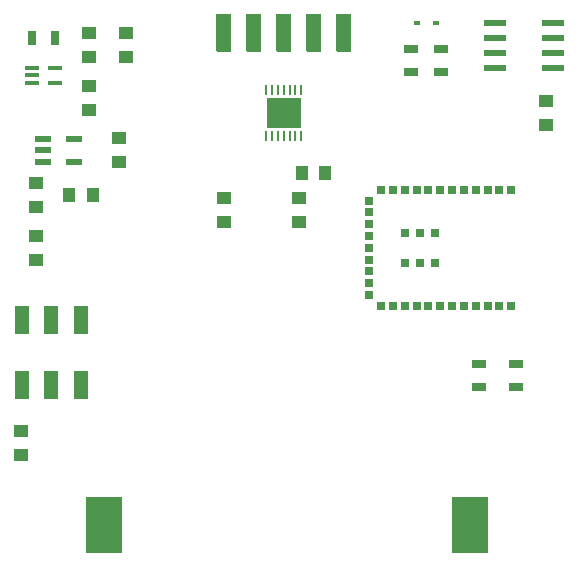
<source format=gbr>
G04 #@! TF.GenerationSoftware,KiCad,Pcbnew,(5.0.2)-1*
G04 #@! TF.CreationDate,2019-06-27T19:33:00-04:00*
G04 #@! TF.ProjectId,IGEM_Device,4947454d-5f44-4657-9669-63652e6b6963,rev?*
G04 #@! TF.SameCoordinates,Original*
G04 #@! TF.FileFunction,Paste,Top*
G04 #@! TF.FilePolarity,Positive*
%FSLAX46Y46*%
G04 Gerber Fmt 4.6, Leading zero omitted, Abs format (unit mm)*
G04 Created by KiCad (PCBNEW (5.0.2)-1) date 2019-06-27 7:33:00 PM*
%MOMM*%
%LPD*%
G01*
G04 APERTURE LIST*
%ADD10C,0.100000*%
%ADD11R,0.760000X0.760000*%
%ADD12R,1.300000X0.700000*%
%ADD13R,3.149600X4.775200*%
%ADD14R,0.530000X0.400000*%
%ADD15R,1.193800X2.489200*%
%ADD16R,1.250000X1.000000*%
%ADD17R,1.270000X3.180000*%
%ADD18R,1.000000X1.250000*%
%ADD19R,0.700000X1.300000*%
%ADD20R,1.320800X0.558800*%
%ADD21R,0.270000X0.860000*%
%ADD22R,3.000000X2.600000*%
%ADD23R,1.981200X0.558800*%
%ADD24R,1.168400X0.355600*%
G04 APERTURE END LIST*
D10*
G04 #@! TO.C,J2*
G36*
X119380000Y-51318010D02*
X120650000Y-51318010D01*
X120650000Y-54498010D01*
X119380000Y-54498010D01*
X119380000Y-51318010D01*
G37*
G36*
X121920000Y-51318010D02*
X123190000Y-51318010D01*
X123190000Y-54498010D01*
X121920000Y-54498010D01*
X121920000Y-51318010D01*
G37*
G36*
X124460000Y-51318010D02*
X125730000Y-51318010D01*
X125730000Y-54498010D01*
X124460000Y-54498010D01*
X124460000Y-51318010D01*
G37*
G36*
X127000000Y-51318010D02*
X128270000Y-51318010D01*
X128270000Y-54498010D01*
X127000000Y-54498010D01*
X127000000Y-51318010D01*
G37*
G36*
X129540000Y-51318010D02*
X130810000Y-51318010D01*
X130810000Y-54498010D01*
X129540000Y-54498010D01*
X129540000Y-51318010D01*
G37*
G04 #@! TO.C,U3*
G36*
X124145000Y-60510574D02*
X124145000Y-58870000D01*
X126045666Y-58870000D01*
X126045666Y-60510574D01*
X124145000Y-60510574D01*
G37*
G04 #@! TD*
D11*
G04 #@! TO.C,U1*
X144355000Y-66215000D03*
X143355000Y-66215000D03*
X142355000Y-66215000D03*
X141355000Y-66215000D03*
X140355000Y-66215000D03*
X139355000Y-66215000D03*
X138355000Y-66215000D03*
X137355000Y-66215000D03*
X136355000Y-66215000D03*
X135355000Y-66215000D03*
X134355000Y-66215000D03*
X133355000Y-66215000D03*
X132355000Y-67120000D03*
X132355000Y-68120000D03*
X132355000Y-69120000D03*
X132355000Y-70120000D03*
X132355000Y-71120000D03*
X132355000Y-72120000D03*
X132355000Y-73120000D03*
X132355000Y-74120000D03*
X132355000Y-75120000D03*
X133355000Y-76025000D03*
X134355000Y-76025000D03*
X135355000Y-76025000D03*
X136355000Y-76025000D03*
X137355000Y-76025000D03*
X138355000Y-76025000D03*
X139355000Y-76025000D03*
X140355000Y-76025000D03*
X141355000Y-76025000D03*
X142355000Y-76025000D03*
X143355000Y-76025000D03*
X144355000Y-76025000D03*
X135335000Y-69850000D03*
X136605000Y-69850000D03*
X137875000Y-69850000D03*
X137875000Y-72390000D03*
X136605000Y-72390000D03*
X135355000Y-72390000D03*
G04 #@! TD*
D12*
G04 #@! TO.C,R1*
X144780000Y-82865000D03*
X144780000Y-80965000D03*
G04 #@! TD*
D13*
G04 #@! TO.C,J3*
X140893800Y-94615000D03*
X109855000Y-94615000D03*
G04 #@! TD*
D14*
G04 #@! TO.C,D1*
X136360000Y-52070000D03*
X137960000Y-52070000D03*
G04 #@! TD*
D15*
G04 #@! TO.C,SW1*
X102910000Y-82765900D03*
X105410000Y-82765900D03*
X107910000Y-82765900D03*
X107910000Y-77254100D03*
X105410000Y-77254100D03*
X102910000Y-77254100D03*
G04 #@! TD*
D16*
G04 #@! TO.C,C2*
X111125000Y-63865000D03*
X111125000Y-61865000D03*
G04 #@! TD*
D17*
G04 #@! TO.C,J2*
X120015000Y-52908000D03*
X122555000Y-52908000D03*
X125095000Y-52908000D03*
X127635000Y-52908000D03*
X130175000Y-52908000D03*
G04 #@! TD*
D18*
G04 #@! TO.C,C1*
X106950000Y-66675000D03*
X108950000Y-66675000D03*
G04 #@! TD*
D16*
G04 #@! TO.C,C3*
X104140000Y-65675000D03*
X104140000Y-67675000D03*
G04 #@! TD*
G04 #@! TO.C,C4*
X108585000Y-57420000D03*
X108585000Y-59420000D03*
G04 #@! TD*
G04 #@! TO.C,C5*
X108585000Y-52975000D03*
X108585000Y-54975000D03*
G04 #@! TD*
G04 #@! TO.C,C6*
X104140000Y-70120000D03*
X104140000Y-72120000D03*
G04 #@! TD*
G04 #@! TO.C,C7*
X126365000Y-68945000D03*
X126365000Y-66945000D03*
G04 #@! TD*
D18*
G04 #@! TO.C,C8*
X126635000Y-64770000D03*
X128635000Y-64770000D03*
G04 #@! TD*
D16*
G04 #@! TO.C,C9*
X111760000Y-52975000D03*
X111760000Y-54975000D03*
G04 #@! TD*
G04 #@! TO.C,C10*
X120015000Y-66945000D03*
X120015000Y-68945000D03*
G04 #@! TD*
G04 #@! TO.C,C11*
X102870000Y-88630000D03*
X102870000Y-86630000D03*
G04 #@! TD*
G04 #@! TO.C,C12*
X147320000Y-58690000D03*
X147320000Y-60690000D03*
G04 #@! TD*
D12*
G04 #@! TO.C,R2*
X141605000Y-80965000D03*
X141605000Y-82865000D03*
G04 #@! TD*
G04 #@! TO.C,R3*
X138430000Y-56195000D03*
X138430000Y-54295000D03*
G04 #@! TD*
D19*
G04 #@! TO.C,R4*
X103825000Y-53340000D03*
X105725000Y-53340000D03*
G04 #@! TD*
D12*
G04 #@! TO.C,R5*
X135890000Y-54295000D03*
X135890000Y-56195000D03*
G04 #@! TD*
D20*
G04 #@! TO.C,U2*
X104749600Y-61914999D03*
X104749600Y-62865000D03*
X104749600Y-63815001D03*
X107340400Y-63815001D03*
X107340400Y-61914999D03*
G04 #@! TD*
D21*
G04 #@! TO.C,U3*
X123595000Y-61625000D03*
X124095000Y-61625000D03*
X124595000Y-61625000D03*
X125095000Y-61625000D03*
X125595000Y-61625000D03*
X126095000Y-61625000D03*
X126595000Y-61625000D03*
X126595000Y-57755000D03*
X126095000Y-57755000D03*
X125595000Y-57755000D03*
X125095000Y-57755000D03*
X124595000Y-57755000D03*
X124095000Y-57755000D03*
X123595000Y-57755000D03*
D22*
X125095000Y-59690000D03*
G04 #@! TD*
D23*
G04 #@! TO.C,U4*
X142951200Y-52070000D03*
X142951200Y-53340000D03*
X142951200Y-54610000D03*
X142951200Y-55880000D03*
X147878800Y-55880000D03*
X147878800Y-54610000D03*
X147878800Y-53340000D03*
X147878800Y-52070000D03*
G04 #@! TD*
D24*
G04 #@! TO.C,U5*
X103809800Y-55865001D03*
X103809800Y-56515000D03*
X103809800Y-57164999D03*
X105740200Y-57164999D03*
X105740200Y-55865001D03*
G04 #@! TD*
M02*

</source>
